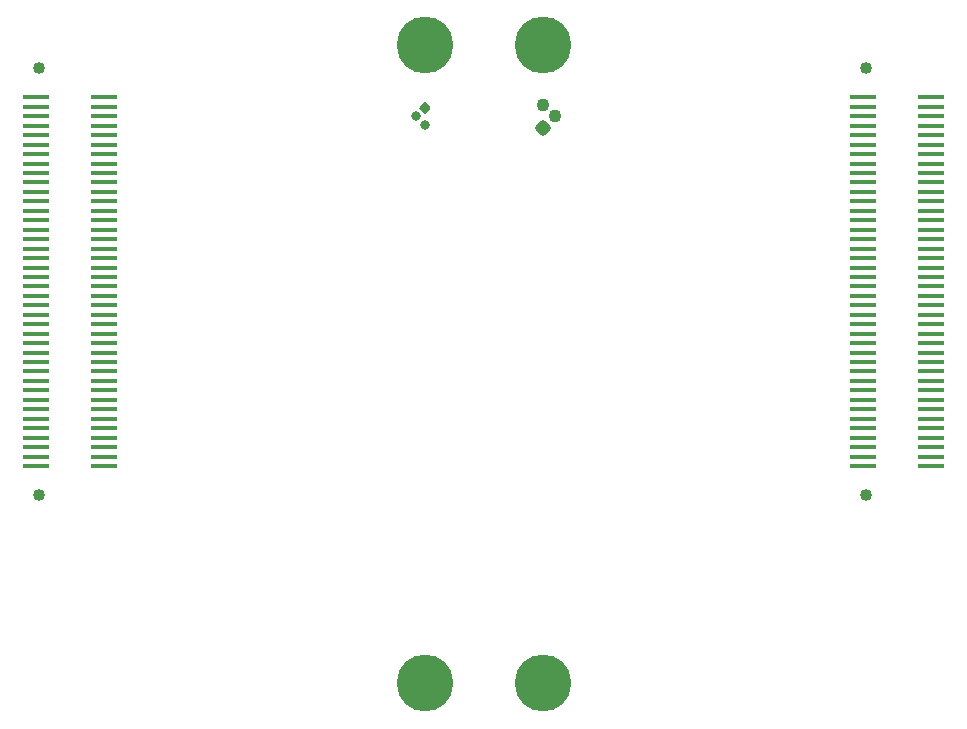
<source format=gbr>
%TF.GenerationSoftware,KiCad,Pcbnew,9.0.3*%
%TF.CreationDate,2025-10-01T18:37:08-04:00*%
%TF.ProjectId,ephys-test-module-64,65706879-732d-4746-9573-742d6d6f6475,C*%
%TF.SameCoordinates,Original*%
%TF.FileFunction,Soldermask,Bot*%
%TF.FilePolarity,Negative*%
%FSLAX46Y46*%
G04 Gerber Fmt 4.6, Leading zero omitted, Abs format (unit mm)*
G04 Created by KiCad (PCBNEW 9.0.3) date 2025-10-01 18:37:08*
%MOMM*%
%LPD*%
G01*
G04 APERTURE LIST*
G04 Aperture macros list*
%AMRoundRect*
0 Rectangle with rounded corners*
0 $1 Rounding radius*
0 $2 $3 $4 $5 $6 $7 $8 $9 X,Y pos of 4 corners*
0 Add a 4 corners polygon primitive as box body*
4,1,4,$2,$3,$4,$5,$6,$7,$8,$9,$2,$3,0*
0 Add four circle primitives for the rounded corners*
1,1,$1+$1,$2,$3*
1,1,$1+$1,$4,$5*
1,1,$1+$1,$6,$7*
1,1,$1+$1,$8,$9*
0 Add four rect primitives between the rounded corners*
20,1,$1+$1,$2,$3,$4,$5,0*
20,1,$1+$1,$4,$5,$6,$7,0*
20,1,$1+$1,$6,$7,$8,$9,0*
20,1,$1+$1,$8,$9,$2,$3,0*%
G04 Aperture macros list end*
%ADD10C,4.800000*%
%ADD11RoundRect,0.200000X-0.282843X0.000000X0.000000X-0.282843X0.282843X0.000000X0.000000X0.282843X0*%
%ADD12C,0.800000*%
%ADD13RoundRect,0.275000X0.388909X0.000000X0.000000X0.388909X-0.388909X0.000000X0.000000X-0.388909X0*%
%ADD14C,1.100000*%
%ADD15C,1.020000*%
%ADD16R,2.273000X0.410000*%
G04 APERTURE END LIST*
D10*
%TO.C,TP1*%
X153000000Y-134000000D03*
%TD*%
%TO.C,TP2*%
X163000000Y-134000000D03*
%TD*%
%TO.C,TP4*%
X163000000Y-80000000D03*
%TD*%
D11*
%TO.C,LD1*%
X153000000Y-85300000D03*
D12*
X152300000Y-86000000D03*
X153000000Y-86700000D03*
%TD*%
D13*
%TO.C,LD2*%
X163000000Y-87000000D03*
D14*
X164000000Y-86000000D03*
X163000000Y-85000000D03*
%TD*%
D10*
%TO.C,TP3*%
X153000000Y-80000000D03*
%TD*%
D15*
%TO.C,J2*%
X120330000Y-81935000D03*
X120330000Y-118065000D03*
D16*
X125863500Y-84400000D03*
X120136500Y-84400000D03*
X125863500Y-85200000D03*
X120136500Y-85200000D03*
X125863500Y-86000000D03*
X120136500Y-86000000D03*
X125863500Y-86800000D03*
X120136500Y-86800000D03*
X125863500Y-87600000D03*
X120136500Y-87600000D03*
X125863500Y-88400000D03*
X120136500Y-88400000D03*
X125863500Y-89200000D03*
X120136500Y-89200000D03*
X125863500Y-90000000D03*
X120136500Y-90000000D03*
X125863500Y-90800000D03*
X120136500Y-90800000D03*
X125863500Y-91600000D03*
X120136500Y-91600000D03*
X125863500Y-92400000D03*
X120136500Y-92400000D03*
X125863500Y-93200000D03*
X120136500Y-93200000D03*
X125863500Y-94000000D03*
X120136500Y-94000000D03*
X125863500Y-94800000D03*
X120136500Y-94800000D03*
X125863500Y-95600000D03*
X120136500Y-95600000D03*
X125863500Y-96400000D03*
X120136500Y-96400000D03*
X125863500Y-97200000D03*
X120136500Y-97200000D03*
X125863500Y-98000000D03*
X120136500Y-98000000D03*
X125863500Y-98800000D03*
X120136500Y-98800000D03*
X125863500Y-99600000D03*
X120136500Y-99600000D03*
X125863500Y-100400000D03*
X120136500Y-100400000D03*
X125863500Y-101200000D03*
X120136500Y-101200000D03*
X125863500Y-102000000D03*
X120136500Y-102000000D03*
X125863500Y-102800000D03*
X120136500Y-102800000D03*
X125863500Y-103600000D03*
X120136500Y-103600000D03*
X125863500Y-104400000D03*
X120136500Y-104400000D03*
X125863500Y-105200000D03*
X120136500Y-105200000D03*
X125863500Y-106000000D03*
X120136500Y-106000000D03*
X125863500Y-106800000D03*
X120136500Y-106800000D03*
X125863500Y-107600000D03*
X120136500Y-107600000D03*
X125863500Y-108400000D03*
X120136500Y-108400000D03*
X125863500Y-109200000D03*
X120136500Y-109200000D03*
X125863500Y-110000000D03*
X120136500Y-110000000D03*
X125863500Y-110800000D03*
X120136500Y-110800000D03*
X125863500Y-111600000D03*
X120136500Y-111600000D03*
X125863500Y-112400000D03*
X120136500Y-112400000D03*
X125863500Y-113200000D03*
X120136500Y-113200000D03*
X125863500Y-114000000D03*
X120136500Y-114000000D03*
X125863500Y-114800000D03*
X120136500Y-114800000D03*
X125863500Y-115600000D03*
X120136500Y-115600000D03*
%TD*%
D15*
%TO.C,J3*%
X190330000Y-81935000D03*
X190330000Y-118065000D03*
D16*
X195863500Y-84400000D03*
X190136500Y-84400000D03*
X195863500Y-85200000D03*
X190136500Y-85200000D03*
X195863500Y-86000000D03*
X190136500Y-86000000D03*
X195863500Y-86800000D03*
X190136500Y-86800000D03*
X195863500Y-87600000D03*
X190136500Y-87600000D03*
X195863500Y-88400000D03*
X190136500Y-88400000D03*
X195863500Y-89200000D03*
X190136500Y-89200000D03*
X195863500Y-90000000D03*
X190136500Y-90000000D03*
X195863500Y-90800000D03*
X190136500Y-90800000D03*
X195863500Y-91600000D03*
X190136500Y-91600000D03*
X195863500Y-92400000D03*
X190136500Y-92400000D03*
X195863500Y-93200000D03*
X190136500Y-93200000D03*
X195863500Y-94000000D03*
X190136500Y-94000000D03*
X195863500Y-94800000D03*
X190136500Y-94800000D03*
X195863500Y-95600000D03*
X190136500Y-95600000D03*
X195863500Y-96400000D03*
X190136500Y-96400000D03*
X195863500Y-97200000D03*
X190136500Y-97200000D03*
X195863500Y-98000000D03*
X190136500Y-98000000D03*
X195863500Y-98800000D03*
X190136500Y-98800000D03*
X195863500Y-99600000D03*
X190136500Y-99600000D03*
X195863500Y-100400000D03*
X190136500Y-100400000D03*
X195863500Y-101200000D03*
X190136500Y-101200000D03*
X195863500Y-102000000D03*
X190136500Y-102000000D03*
X195863500Y-102800000D03*
X190136500Y-102800000D03*
X195863500Y-103600000D03*
X190136500Y-103600000D03*
X195863500Y-104400000D03*
X190136500Y-104400000D03*
X195863500Y-105200000D03*
X190136500Y-105200000D03*
X195863500Y-106000000D03*
X190136500Y-106000000D03*
X195863500Y-106800000D03*
X190136500Y-106800000D03*
X195863500Y-107600000D03*
X190136500Y-107600000D03*
X195863500Y-108400000D03*
X190136500Y-108400000D03*
X195863500Y-109200000D03*
X190136500Y-109200000D03*
X195863500Y-110000000D03*
X190136500Y-110000000D03*
X195863500Y-110800000D03*
X190136500Y-110800000D03*
X195863500Y-111600000D03*
X190136500Y-111600000D03*
X195863500Y-112400000D03*
X190136500Y-112400000D03*
X195863500Y-113200000D03*
X190136500Y-113200000D03*
X195863500Y-114000000D03*
X190136500Y-114000000D03*
X195863500Y-114800000D03*
X190136500Y-114800000D03*
X195863500Y-115600000D03*
X190136500Y-115600000D03*
%TD*%
M02*

</source>
